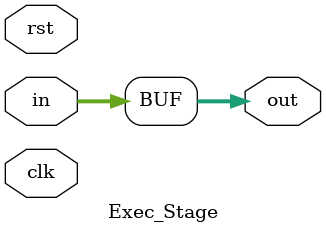
<source format=v>
module Exec_Stage #(parameter N = 32)(clk, rst, in, out);
    input clk, rst;
    input [N-1:0]in;
    output [N-1:0] out;
    assign out = in;
endmodule
</source>
